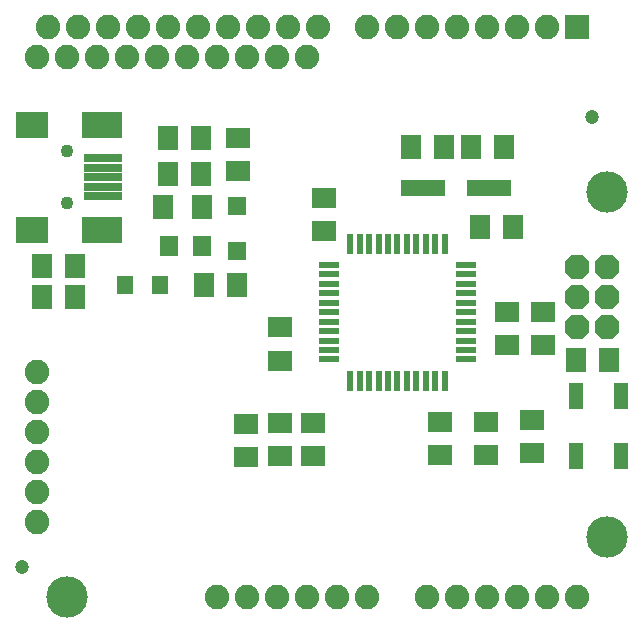
<source format=gts>
G75*
%MOIN*%
%OFA0B0*%
%FSLAX25Y25*%
%IPPOS*%
%LPD*%
%AMOC8*
5,1,8,0,0,1.08239X$1,22.5*
%
%ADD10R,0.07887X0.07099*%
%ADD11R,0.07099X0.07898*%
%ADD12R,0.05524X0.06312*%
%ADD13R,0.07898X0.07099*%
%ADD14C,0.04737*%
%ADD15R,0.07099X0.07887*%
%ADD16R,0.06312X0.06312*%
%ADD17R,0.06312X0.07099*%
%ADD18R,0.06706X0.02178*%
%ADD19R,0.02178X0.06706*%
%ADD20R,0.13005X0.02769*%
%ADD21R,0.10643X0.08674*%
%ADD22R,0.13792X0.08674*%
%ADD23C,0.04343*%
%ADD24C,0.08200*%
%ADD25R,0.08200X0.08200*%
%ADD26OC8,0.08200*%
%ADD27R,0.04737X0.08674*%
%ADD28C,0.13800*%
%ADD29R,0.14580X0.05524*%
D10*
X0084000Y0058988D03*
X0095500Y0059238D03*
X0106500Y0059238D03*
X0106500Y0070262D03*
X0095500Y0070262D03*
X0084000Y0070012D03*
X0148750Y0070762D03*
X0148750Y0059738D03*
X0164000Y0059738D03*
X0164000Y0070762D03*
X0171000Y0096238D03*
X0171000Y0107262D03*
X0183000Y0107262D03*
X0183000Y0096238D03*
X0110000Y0134238D03*
X0110000Y0145262D03*
X0081500Y0154238D03*
X0081500Y0165262D03*
D11*
X0069098Y0165250D03*
X0057902Y0165250D03*
X0057902Y0153250D03*
X0069098Y0153250D03*
X0069902Y0116250D03*
X0081098Y0116250D03*
X0027098Y0112250D03*
X0015902Y0112250D03*
D12*
X0043594Y0116250D03*
X0055406Y0116250D03*
D13*
X0095500Y0102348D03*
X0095500Y0091152D03*
X0179500Y0071474D03*
X0179500Y0060277D03*
D14*
X0009500Y0022250D03*
X0199500Y0172250D03*
D15*
X0170012Y0162250D03*
X0158988Y0162250D03*
X0150012Y0162250D03*
X0138988Y0162250D03*
X0161988Y0135500D03*
X0173012Y0135500D03*
X0193988Y0091250D03*
X0205012Y0091250D03*
X0069512Y0142250D03*
X0056488Y0142250D03*
X0027012Y0122750D03*
X0015988Y0122750D03*
D16*
X0081000Y0127770D03*
X0081000Y0142730D03*
D17*
X0069512Y0129250D03*
X0058488Y0129250D03*
D18*
X0111665Y0122998D03*
X0111665Y0119848D03*
X0111665Y0116699D03*
X0111665Y0113549D03*
X0111665Y0110400D03*
X0111665Y0107250D03*
X0111665Y0104100D03*
X0111665Y0100951D03*
X0111665Y0097801D03*
X0111665Y0094652D03*
X0111665Y0091502D03*
X0157335Y0091502D03*
X0157335Y0094652D03*
X0157335Y0097801D03*
X0157335Y0100951D03*
X0157335Y0104100D03*
X0157335Y0107250D03*
X0157335Y0110400D03*
X0157335Y0113549D03*
X0157335Y0116699D03*
X0157335Y0119848D03*
X0157335Y0122998D03*
D19*
X0150248Y0130085D03*
X0147098Y0130085D03*
X0143949Y0130085D03*
X0140799Y0130085D03*
X0137650Y0130085D03*
X0134500Y0130085D03*
X0131350Y0130085D03*
X0128201Y0130085D03*
X0125051Y0130085D03*
X0121902Y0130085D03*
X0118752Y0130085D03*
X0118752Y0084415D03*
X0121902Y0084415D03*
X0125051Y0084415D03*
X0128201Y0084415D03*
X0131350Y0084415D03*
X0134500Y0084415D03*
X0137650Y0084415D03*
X0140799Y0084415D03*
X0143949Y0084415D03*
X0147098Y0084415D03*
X0150248Y0084415D03*
D20*
X0036311Y0145951D03*
X0036311Y0149100D03*
X0036311Y0152250D03*
X0036311Y0155400D03*
X0036311Y0158549D03*
D21*
X0012689Y0169770D03*
X0012689Y0134730D03*
D22*
X0035917Y0134730D03*
X0035917Y0169770D03*
D23*
X0024500Y0160911D03*
X0024500Y0143589D03*
D24*
X0024500Y0192250D03*
X0034500Y0192250D03*
X0044500Y0192250D03*
X0054500Y0192250D03*
X0064500Y0192250D03*
X0074500Y0192250D03*
X0084500Y0192250D03*
X0094500Y0192250D03*
X0104500Y0192250D03*
X0108000Y0202250D03*
X0098000Y0202250D03*
X0088000Y0202250D03*
X0078000Y0202250D03*
X0068000Y0202250D03*
X0058000Y0202250D03*
X0048000Y0202250D03*
X0038000Y0202250D03*
X0028000Y0202250D03*
X0018000Y0202250D03*
X0014500Y0192250D03*
X0014500Y0087250D03*
X0014500Y0077250D03*
X0014500Y0067250D03*
X0014500Y0057250D03*
X0014500Y0047250D03*
X0014500Y0037250D03*
X0074500Y0012250D03*
X0084500Y0012250D03*
X0094500Y0012250D03*
X0104500Y0012250D03*
X0114500Y0012250D03*
X0124500Y0012250D03*
X0144500Y0012250D03*
X0154500Y0012250D03*
X0164500Y0012250D03*
X0174500Y0012250D03*
X0184500Y0012250D03*
X0194500Y0012250D03*
X0184500Y0202250D03*
X0174500Y0202250D03*
X0164500Y0202250D03*
X0154500Y0202250D03*
X0144500Y0202250D03*
X0134500Y0202250D03*
X0124500Y0202250D03*
D25*
X0194500Y0202250D03*
D26*
X0194500Y0122250D03*
X0194500Y0112250D03*
X0194500Y0102250D03*
X0204500Y0102250D03*
X0204500Y0112250D03*
X0204500Y0122250D03*
D27*
X0209000Y0079250D03*
X0194000Y0079250D03*
X0194000Y0059250D03*
X0209000Y0059250D03*
D28*
X0204500Y0032250D03*
X0204500Y0147250D03*
X0024500Y0012250D03*
D29*
X0143075Y0148750D03*
X0164925Y0148750D03*
M02*

</source>
